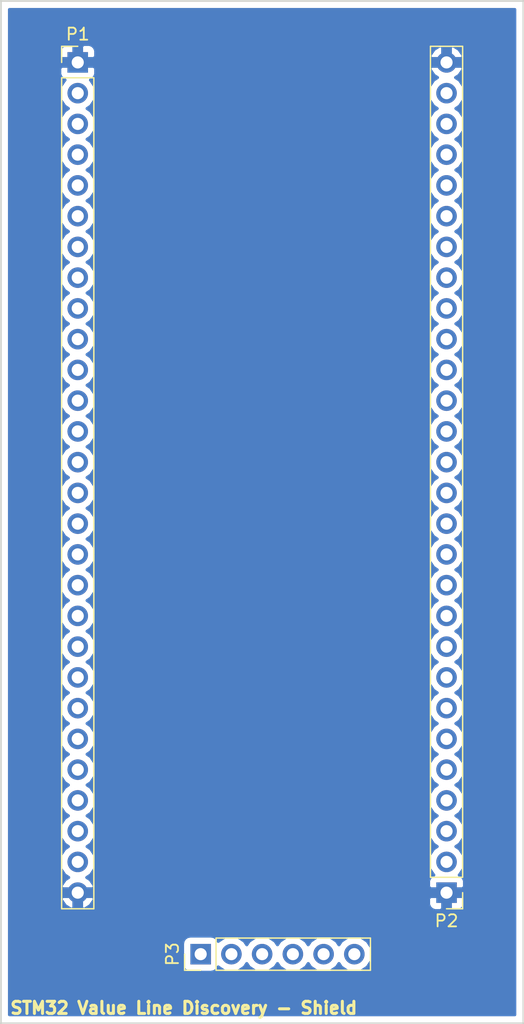
<source format=kicad_pcb>
(kicad_pcb (version 20171130) (host pcbnew no-vcs-found-c6d0075~61~ubuntu16.04.1)

  (general
    (thickness 1.6002)
    (drawings 5)
    (tracks 0)
    (zones 0)
    (modules 3)
    (nets 60)
  )

  (page A3)
  (title_block
    (title "STM32 Value Line Discovery - Shiled board")
    (rev 1.0)
  )

  (layers
    (0 F.Cu signal)
    (31 B.Cu signal)
    (32 B.Adhes user)
    (33 F.Adhes user)
    (34 B.Paste user)
    (35 F.Paste user)
    (36 B.SilkS user)
    (37 F.SilkS user)
    (38 B.Mask user)
    (39 F.Mask user)
    (40 Dwgs.User user)
    (41 Cmts.User user)
    (42 Eco1.User user)
    (43 Eco2.User user)
    (44 Edge.Cuts user)
  )

  (setup
    (last_trace_width 0.254)
    (trace_clearance 0.254)
    (zone_clearance 0.508)
    (zone_45_only no)
    (trace_min 0.254)
    (segment_width 0.20066)
    (edge_width 0.14986)
    (via_size 0.889)
    (via_drill 0.635)
    (via_min_size 0.889)
    (via_min_drill 0.508)
    (uvia_size 0.508)
    (uvia_drill 0.127)
    (uvias_allowed no)
    (uvia_min_size 0.508)
    (uvia_min_drill 0.127)
    (pcb_text_width 0.29972)
    (pcb_text_size 1.00076 1.00076)
    (mod_edge_width 0.14986)
    (mod_text_size 1.00076 1.00076)
    (mod_text_width 0.14986)
    (pad_size 1.00076 1.00076)
    (pad_drill 0.59944)
    (pad_to_mask_clearance 0)
    (aux_axis_origin 0 0)
    (visible_elements 7FFFFFFF)
    (pcbplotparams
      (layerselection 0x00030_80000001)
      (usegerberextensions true)
      (usegerberattributes false)
      (usegerberadvancedattributes false)
      (creategerberjobfile false)
      (excludeedgelayer true)
      (linewidth 0.150000)
      (plotframeref false)
      (viasonmask false)
      (mode 1)
      (useauxorigin false)
      (hpglpennumber 1)
      (hpglpenspeed 20)
      (hpglpendiameter 15)
      (psnegative false)
      (psa4output false)
      (plotreference true)
      (plotvalue true)
      (plotinvisibletext false)
      (padsonsilk false)
      (subtractmaskfromsilk false)
      (outputformat 1)
      (mirror false)
      (drillshape 1)
      (scaleselection 1)
      (outputdirectory ""))
  )

  (net 0 "")
  (net 1 GND)
  (net 2 /PB10)
  (net 3 /PB11)
  (net 4 /PB12)
  (net 5 /PB13)
  (net 6 /PB14)
  (net 7 /PB15)
  (net 8 "Net-(P1-Pad2)")
  (net 9 +3V3)
  (net 10 /VBAT)
  (net 11 /PC13)
  (net 12 /PC14)
  (net 13 /PC15)
  (net 14 /PD0)
  (net 15 /PD1)
  (net 16 /RST)
  (net 17 /PC0)
  (net 18 /PC1)
  (net 19 /PC2)
  (net 20 /PC3)
  (net 21 /PA0)
  (net 22 /PA1)
  (net 23 /PA2)
  (net 24 /PA3)
  (net 25 /PA4)
  (net 26 /PA5)
  (net 27 /PA6)
  (net 28 /PA7)
  (net 29 /PC4)
  (net 30 /PC5)
  (net 31 /PB0)
  (net 32 /PB1)
  (net 33 /PB2)
  (net 34 "Net-(P2-Pad27)")
  (net 35 +5V)
  (net 36 /PB9)
  (net 37 /PB8)
  (net 38 /BOOT)
  (net 39 /PB7)
  (net 40 /PB6)
  (net 41 /PB5)
  (net 42 /PB4)
  (net 43 /PB3)
  (net 44 /PD2)
  (net 45 /PC12)
  (net 46 /PC11)
  (net 47 /PC10)
  (net 48 /PA15)
  (net 49 /PA14)
  (net 50 /PA13)
  (net 51 /PA12)
  (net 52 /PA11)
  (net 53 /PA10)
  (net 54 /PA9)
  (net 55 /PA8)
  (net 56 /PC9)
  (net 57 /PC8)
  (net 58 /PC7)
  (net 59 /PC6)

  (net_class Default "To jest domyślna klasa połączeń."
    (clearance 0.254)
    (trace_width 0.254)
    (via_dia 0.889)
    (via_drill 0.635)
    (uvia_dia 0.508)
    (uvia_drill 0.127)
    (add_net +3V3)
    (add_net +5V)
    (add_net /BOOT)
    (add_net /PA0)
    (add_net /PA1)
    (add_net /PA10)
    (add_net /PA11)
    (add_net /PA12)
    (add_net /PA13)
    (add_net /PA14)
    (add_net /PA15)
    (add_net /PA2)
    (add_net /PA3)
    (add_net /PA4)
    (add_net /PA5)
    (add_net /PA6)
    (add_net /PA7)
    (add_net /PA8)
    (add_net /PA9)
    (add_net /PB0)
    (add_net /PB1)
    (add_net /PB10)
    (add_net /PB11)
    (add_net /PB12)
    (add_net /PB13)
    (add_net /PB14)
    (add_net /PB15)
    (add_net /PB2)
    (add_net /PB3)
    (add_net /PB4)
    (add_net /PB5)
    (add_net /PB6)
    (add_net /PB7)
    (add_net /PB8)
    (add_net /PB9)
    (add_net /PC0)
    (add_net /PC1)
    (add_net /PC10)
    (add_net /PC11)
    (add_net /PC12)
    (add_net /PC13)
    (add_net /PC14)
    (add_net /PC15)
    (add_net /PC2)
    (add_net /PC3)
    (add_net /PC4)
    (add_net /PC5)
    (add_net /PC6)
    (add_net /PC7)
    (add_net /PC8)
    (add_net /PC9)
    (add_net /PD0)
    (add_net /PD1)
    (add_net /PD2)
    (add_net /RST)
    (add_net /VBAT)
    (add_net GND)
    (add_net "Net-(P1-Pad2)")
    (add_net "Net-(P2-Pad27)")
  )

  (module Connector_PinHeader_2.54mm:PinHeader_1x06_P2.54mm_Vertical (layer F.Cu) (tedit 59FED5CC) (tstamp 5A700563)
    (at 49.53 113.03 90)
    (descr "Through hole straight pin header, 1x06, 2.54mm pitch, single row")
    (tags "Through hole pin header THT 1x06 2.54mm single row")
    (path /50827295)
    (fp_text reference P3 (at 0 -2.33 90) (layer F.SilkS)
      (effects (font (size 1 1) (thickness 0.15)))
    )
    (fp_text value CONN6 (at 0 15.03 90) (layer F.Fab)
      (effects (font (size 1 1) (thickness 0.15)))
    )
    (fp_line (start -0.635 -1.27) (end 1.27 -1.27) (layer F.Fab) (width 0.1))
    (fp_line (start 1.27 -1.27) (end 1.27 13.97) (layer F.Fab) (width 0.1))
    (fp_line (start 1.27 13.97) (end -1.27 13.97) (layer F.Fab) (width 0.1))
    (fp_line (start -1.27 13.97) (end -1.27 -0.635) (layer F.Fab) (width 0.1))
    (fp_line (start -1.27 -0.635) (end -0.635 -1.27) (layer F.Fab) (width 0.1))
    (fp_line (start -1.33 14.03) (end 1.33 14.03) (layer F.SilkS) (width 0.12))
    (fp_line (start -1.33 1.27) (end -1.33 14.03) (layer F.SilkS) (width 0.12))
    (fp_line (start 1.33 1.27) (end 1.33 14.03) (layer F.SilkS) (width 0.12))
    (fp_line (start -1.33 1.27) (end 1.33 1.27) (layer F.SilkS) (width 0.12))
    (fp_line (start -1.33 0) (end -1.33 -1.33) (layer F.SilkS) (width 0.12))
    (fp_line (start -1.33 -1.33) (end 0 -1.33) (layer F.SilkS) (width 0.12))
    (fp_line (start -1.8 -1.8) (end -1.8 14.5) (layer F.CrtYd) (width 0.05))
    (fp_line (start -1.8 14.5) (end 1.8 14.5) (layer F.CrtYd) (width 0.05))
    (fp_line (start 1.8 14.5) (end 1.8 -1.8) (layer F.CrtYd) (width 0.05))
    (fp_line (start 1.8 -1.8) (end -1.8 -1.8) (layer F.CrtYd) (width 0.05))
    (fp_text user %R (at 0 6.35 180) (layer F.Fab)
      (effects (font (size 1 1) (thickness 0.15)))
    )
    (pad 1 thru_hole rect (at 0 0 90) (size 1.7 1.7) (drill 1) (layers *.Cu *.Mask)
      (net 2 /PB10))
    (pad 2 thru_hole oval (at 0 2.54 90) (size 1.7 1.7) (drill 1) (layers *.Cu *.Mask)
      (net 3 /PB11))
    (pad 3 thru_hole oval (at 0 5.08 90) (size 1.7 1.7) (drill 1) (layers *.Cu *.Mask)
      (net 4 /PB12))
    (pad 4 thru_hole oval (at 0 7.62 90) (size 1.7 1.7) (drill 1) (layers *.Cu *.Mask)
      (net 5 /PB13))
    (pad 5 thru_hole oval (at 0 10.16 90) (size 1.7 1.7) (drill 1) (layers *.Cu *.Mask)
      (net 6 /PB14))
    (pad 6 thru_hole oval (at 0 12.7 90) (size 1.7 1.7) (drill 1) (layers *.Cu *.Mask)
      (net 7 /PB15))
    (model ${KISYS3DMOD}/Connector_PinHeader_2.54mm.3dshapes/PinHeader_1x06_P2.54mm_Vertical.wrl
      (at (xyz 0 0 0))
      (scale (xyz 1 1 1))
      (rotate (xyz 0 0 0))
    )
  )

  (module Connector_PinHeader_2.54mm:PinHeader_1x28_P2.54mm_Vertical locked (layer F.Cu) (tedit 59FED5CC) (tstamp 5A6E89AF)
    (at 69.85 107.95 180)
    (descr "Through hole straight pin header, 1x28, 2.54mm pitch, single row")
    (tags "Through hole pin header THT 1x28 2.54mm single row")
    (path /50827286)
    (fp_text reference P2 (at 0 -2.33 180) (layer F.SilkS)
      (effects (font (size 1 1) (thickness 0.15)))
    )
    (fp_text value CONN28 (at 0 70.91 180) (layer F.Fab)
      (effects (font (size 1 1) (thickness 0.15)))
    )
    (fp_text user %R (at 0 34.29 270) (layer F.Fab)
      (effects (font (size 1 1) (thickness 0.15)))
    )
    (fp_line (start 1.8 -1.8) (end -1.8 -1.8) (layer F.CrtYd) (width 0.05))
    (fp_line (start 1.8 70.35) (end 1.8 -1.8) (layer F.CrtYd) (width 0.05))
    (fp_line (start -1.8 70.35) (end 1.8 70.35) (layer F.CrtYd) (width 0.05))
    (fp_line (start -1.8 -1.8) (end -1.8 70.35) (layer F.CrtYd) (width 0.05))
    (fp_line (start -1.33 -1.33) (end 0 -1.33) (layer F.SilkS) (width 0.12))
    (fp_line (start -1.33 0) (end -1.33 -1.33) (layer F.SilkS) (width 0.12))
    (fp_line (start -1.33 1.27) (end 1.33 1.27) (layer F.SilkS) (width 0.12))
    (fp_line (start 1.33 1.27) (end 1.33 69.91) (layer F.SilkS) (width 0.12))
    (fp_line (start -1.33 1.27) (end -1.33 69.91) (layer F.SilkS) (width 0.12))
    (fp_line (start -1.33 69.91) (end 1.33 69.91) (layer F.SilkS) (width 0.12))
    (fp_line (start -1.27 -0.635) (end -0.635 -1.27) (layer F.Fab) (width 0.1))
    (fp_line (start -1.27 69.85) (end -1.27 -0.635) (layer F.Fab) (width 0.1))
    (fp_line (start 1.27 69.85) (end -1.27 69.85) (layer F.Fab) (width 0.1))
    (fp_line (start 1.27 -1.27) (end 1.27 69.85) (layer F.Fab) (width 0.1))
    (fp_line (start -0.635 -1.27) (end 1.27 -1.27) (layer F.Fab) (width 0.1))
    (pad 28 thru_hole oval (at 0 68.58 180) (size 1.7 1.7) (drill 1) (layers *.Cu *.Mask)
      (net 1 GND))
    (pad 27 thru_hole oval (at 0 66.04 180) (size 1.7 1.7) (drill 1) (layers *.Cu *.Mask)
      (net 34 "Net-(P2-Pad27)"))
    (pad 26 thru_hole oval (at 0 63.5 180) (size 1.7 1.7) (drill 1) (layers *.Cu *.Mask)
      (net 35 +5V))
    (pad 25 thru_hole oval (at 0 60.96 180) (size 1.7 1.7) (drill 1) (layers *.Cu *.Mask)
      (net 36 /PB9))
    (pad 24 thru_hole oval (at 0 58.42 180) (size 1.7 1.7) (drill 1) (layers *.Cu *.Mask)
      (net 37 /PB8))
    (pad 23 thru_hole oval (at 0 55.88 180) (size 1.7 1.7) (drill 1) (layers *.Cu *.Mask)
      (net 38 /BOOT))
    (pad 22 thru_hole oval (at 0 53.34 180) (size 1.7 1.7) (drill 1) (layers *.Cu *.Mask)
      (net 39 /PB7))
    (pad 21 thru_hole oval (at 0 50.8 180) (size 1.7 1.7) (drill 1) (layers *.Cu *.Mask)
      (net 40 /PB6))
    (pad 20 thru_hole oval (at 0 48.26 180) (size 1.7 1.7) (drill 1) (layers *.Cu *.Mask)
      (net 41 /PB5))
    (pad 19 thru_hole oval (at 0 45.72 180) (size 1.7 1.7) (drill 1) (layers *.Cu *.Mask)
      (net 42 /PB4))
    (pad 18 thru_hole oval (at 0 43.18 180) (size 1.7 1.7) (drill 1) (layers *.Cu *.Mask)
      (net 43 /PB3))
    (pad 17 thru_hole oval (at 0 40.64 180) (size 1.7 1.7) (drill 1) (layers *.Cu *.Mask)
      (net 44 /PD2))
    (pad 16 thru_hole oval (at 0 38.1 180) (size 1.7 1.7) (drill 1) (layers *.Cu *.Mask)
      (net 45 /PC12))
    (pad 15 thru_hole oval (at 0 35.56 180) (size 1.7 1.7) (drill 1) (layers *.Cu *.Mask)
      (net 46 /PC11))
    (pad 14 thru_hole oval (at 0 33.02 180) (size 1.7 1.7) (drill 1) (layers *.Cu *.Mask)
      (net 47 /PC10))
    (pad 13 thru_hole oval (at 0 30.48 180) (size 1.7 1.7) (drill 1) (layers *.Cu *.Mask)
      (net 48 /PA15))
    (pad 12 thru_hole oval (at 0 27.94 180) (size 1.7 1.7) (drill 1) (layers *.Cu *.Mask)
      (net 49 /PA14))
    (pad 11 thru_hole oval (at 0 25.4 180) (size 1.7 1.7) (drill 1) (layers *.Cu *.Mask)
      (net 50 /PA13))
    (pad 10 thru_hole oval (at 0 22.86 180) (size 1.7 1.7) (drill 1) (layers *.Cu *.Mask)
      (net 51 /PA12))
    (pad 9 thru_hole oval (at 0 20.32 180) (size 1.7 1.7) (drill 1) (layers *.Cu *.Mask)
      (net 52 /PA11))
    (pad 8 thru_hole oval (at 0 17.78 180) (size 1.7 1.7) (drill 1) (layers *.Cu *.Mask)
      (net 53 /PA10))
    (pad 7 thru_hole oval (at 0 15.24 180) (size 1.7 1.7) (drill 1) (layers *.Cu *.Mask)
      (net 54 /PA9))
    (pad 6 thru_hole oval (at 0 12.7 180) (size 1.7 1.7) (drill 1) (layers *.Cu *.Mask)
      (net 55 /PA8))
    (pad 5 thru_hole oval (at 0 10.16 180) (size 1.7 1.7) (drill 1) (layers *.Cu *.Mask)
      (net 56 /PC9))
    (pad 4 thru_hole oval (at 0 7.62 180) (size 1.7 1.7) (drill 1) (layers *.Cu *.Mask)
      (net 57 /PC8))
    (pad 3 thru_hole oval (at 0 5.08 180) (size 1.7 1.7) (drill 1) (layers *.Cu *.Mask)
      (net 58 /PC7))
    (pad 2 thru_hole oval (at 0 2.54 180) (size 1.7 1.7) (drill 1) (layers *.Cu *.Mask)
      (net 59 /PC6))
    (pad 1 thru_hole rect (at 0 0 180) (size 1.7 1.7) (drill 1) (layers *.Cu *.Mask)
      (net 1 GND))
    (model ${KISYS3DMOD}/Connector_PinHeader_2.54mm.3dshapes/PinHeader_1x28_P2.54mm_Vertical.wrl
      (at (xyz 0 0 0))
      (scale (xyz 1 1 1))
      (rotate (xyz 0 0 0))
    )
  )

  (module Connector_PinHeader_2.54mm:PinHeader_1x28_P2.54mm_Vertical locked (layer F.Cu) (tedit 59FED5CC) (tstamp 5A6E8980)
    (at 39.37 39.37)
    (descr "Through hole straight pin header, 1x28, 2.54mm pitch, single row")
    (tags "Through hole pin header THT 1x28 2.54mm single row")
    (path /50827277)
    (fp_text reference P1 (at 0 -2.33) (layer F.SilkS)
      (effects (font (size 1 1) (thickness 0.15)))
    )
    (fp_text value CONN28 (at 0 70.91) (layer F.Fab)
      (effects (font (size 1 1) (thickness 0.15)))
    )
    (fp_line (start -0.635 -1.27) (end 1.27 -1.27) (layer F.Fab) (width 0.1))
    (fp_line (start 1.27 -1.27) (end 1.27 69.85) (layer F.Fab) (width 0.1))
    (fp_line (start 1.27 69.85) (end -1.27 69.85) (layer F.Fab) (width 0.1))
    (fp_line (start -1.27 69.85) (end -1.27 -0.635) (layer F.Fab) (width 0.1))
    (fp_line (start -1.27 -0.635) (end -0.635 -1.27) (layer F.Fab) (width 0.1))
    (fp_line (start -1.33 69.91) (end 1.33 69.91) (layer F.SilkS) (width 0.12))
    (fp_line (start -1.33 1.27) (end -1.33 69.91) (layer F.SilkS) (width 0.12))
    (fp_line (start 1.33 1.27) (end 1.33 69.91) (layer F.SilkS) (width 0.12))
    (fp_line (start -1.33 1.27) (end 1.33 1.27) (layer F.SilkS) (width 0.12))
    (fp_line (start -1.33 0) (end -1.33 -1.33) (layer F.SilkS) (width 0.12))
    (fp_line (start -1.33 -1.33) (end 0 -1.33) (layer F.SilkS) (width 0.12))
    (fp_line (start -1.8 -1.8) (end -1.8 70.35) (layer F.CrtYd) (width 0.05))
    (fp_line (start -1.8 70.35) (end 1.8 70.35) (layer F.CrtYd) (width 0.05))
    (fp_line (start 1.8 70.35) (end 1.8 -1.8) (layer F.CrtYd) (width 0.05))
    (fp_line (start 1.8 -1.8) (end -1.8 -1.8) (layer F.CrtYd) (width 0.05))
    (fp_text user %R (at 0 34.29 90) (layer F.Fab)
      (effects (font (size 1 1) (thickness 0.15)))
    )
    (pad 1 thru_hole rect (at 0 0) (size 1.7 1.7) (drill 1) (layers *.Cu *.Mask)
      (net 1 GND))
    (pad 2 thru_hole oval (at 0 2.54) (size 1.7 1.7) (drill 1) (layers *.Cu *.Mask)
      (net 8 "Net-(P1-Pad2)"))
    (pad 3 thru_hole oval (at 0 5.08) (size 1.7 1.7) (drill 1) (layers *.Cu *.Mask)
      (net 9 +3V3))
    (pad 4 thru_hole oval (at 0 7.62) (size 1.7 1.7) (drill 1) (layers *.Cu *.Mask)
      (net 10 /VBAT))
    (pad 5 thru_hole oval (at 0 10.16) (size 1.7 1.7) (drill 1) (layers *.Cu *.Mask)
      (net 11 /PC13))
    (pad 6 thru_hole oval (at 0 12.7) (size 1.7 1.7) (drill 1) (layers *.Cu *.Mask)
      (net 12 /PC14))
    (pad 7 thru_hole oval (at 0 15.24) (size 1.7 1.7) (drill 1) (layers *.Cu *.Mask)
      (net 13 /PC15))
    (pad 8 thru_hole oval (at 0 17.78) (size 1.7 1.7) (drill 1) (layers *.Cu *.Mask)
      (net 14 /PD0))
    (pad 9 thru_hole oval (at 0 20.32) (size 1.7 1.7) (drill 1) (layers *.Cu *.Mask)
      (net 15 /PD1))
    (pad 10 thru_hole oval (at 0 22.86) (size 1.7 1.7) (drill 1) (layers *.Cu *.Mask)
      (net 16 /RST))
    (pad 11 thru_hole oval (at 0 25.4) (size 1.7 1.7) (drill 1) (layers *.Cu *.Mask)
      (net 17 /PC0))
    (pad 12 thru_hole oval (at 0 27.94) (size 1.7 1.7) (drill 1) (layers *.Cu *.Mask)
      (net 18 /PC1))
    (pad 13 thru_hole oval (at 0 30.48) (size 1.7 1.7) (drill 1) (layers *.Cu *.Mask)
      (net 19 /PC2))
    (pad 14 thru_hole oval (at 0 33.02) (size 1.7 1.7) (drill 1) (layers *.Cu *.Mask)
      (net 20 /PC3))
    (pad 15 thru_hole oval (at 0 35.56) (size 1.7 1.7) (drill 1) (layers *.Cu *.Mask)
      (net 21 /PA0))
    (pad 16 thru_hole oval (at 0 38.1) (size 1.7 1.7) (drill 1) (layers *.Cu *.Mask)
      (net 22 /PA1))
    (pad 17 thru_hole oval (at 0 40.64) (size 1.7 1.7) (drill 1) (layers *.Cu *.Mask)
      (net 23 /PA2))
    (pad 18 thru_hole oval (at 0 43.18) (size 1.7 1.7) (drill 1) (layers *.Cu *.Mask)
      (net 24 /PA3))
    (pad 19 thru_hole oval (at 0 45.72) (size 1.7 1.7) (drill 1) (layers *.Cu *.Mask)
      (net 25 /PA4))
    (pad 20 thru_hole oval (at 0 48.26) (size 1.7 1.7) (drill 1) (layers *.Cu *.Mask)
      (net 26 /PA5))
    (pad 21 thru_hole oval (at 0 50.8) (size 1.7 1.7) (drill 1) (layers *.Cu *.Mask)
      (net 27 /PA6))
    (pad 22 thru_hole oval (at 0 53.34) (size 1.7 1.7) (drill 1) (layers *.Cu *.Mask)
      (net 28 /PA7))
    (pad 23 thru_hole oval (at 0 55.88) (size 1.7 1.7) (drill 1) (layers *.Cu *.Mask)
      (net 29 /PC4))
    (pad 24 thru_hole oval (at 0 58.42) (size 1.7 1.7) (drill 1) (layers *.Cu *.Mask)
      (net 30 /PC5))
    (pad 25 thru_hole oval (at 0 60.96) (size 1.7 1.7) (drill 1) (layers *.Cu *.Mask)
      (net 31 /PB0))
    (pad 26 thru_hole oval (at 0 63.5) (size 1.7 1.7) (drill 1) (layers *.Cu *.Mask)
      (net 32 /PB1))
    (pad 27 thru_hole oval (at 0 66.04) (size 1.7 1.7) (drill 1) (layers *.Cu *.Mask)
      (net 33 /PB2))
    (pad 28 thru_hole oval (at 0 68.58) (size 1.7 1.7) (drill 1) (layers *.Cu *.Mask)
      (net 1 GND))
    (model ${KISYS3DMOD}/Connector_PinHeader_2.54mm.3dshapes/PinHeader_1x28_P2.54mm_Vertical.wrl
      (at (xyz 0 0 0))
      (scale (xyz 1 1 1))
      (rotate (xyz 0 0 0))
    )
  )

  (gr_text "STM32 Value Line Discovery - Shield" (at 48.133 117.475) (layer F.SilkS)
    (effects (font (size 1.00076 1.00076) (thickness 0.25146)))
  )
  (gr_line (start 33.02 34.29) (end 33.02 118.745) (angle 90) (layer Edge.Cuts) (width 0.14986))
  (gr_line (start 76.2 118.745) (end 76.2 34.29) (angle 90) (layer Edge.Cuts) (width 0.14986))
  (gr_line (start 76.2 118.745) (end 33.02 118.745) (angle 90) (layer Edge.Cuts) (width 0.14986))
  (gr_line (start 33.02 34.29) (end 76.2 34.29) (angle 90) (layer Edge.Cuts) (width 0.14986))

  (zone (net 1) (net_name GND) (layer B.Cu) (tstamp 50827DC8) (hatch edge 0.508)
    (connect_pads (clearance 0.508))
    (min_thickness 0.254)
    (fill yes (arc_segments 16) (thermal_gap 0.508) (thermal_bridge_width 0.889))
    (polygon
      (pts
        (xy 76.073 118.618) (xy 33.147 118.618) (xy 33.147 34.417) (xy 76.073 34.417)
      )
    )
    (filled_polygon
      (pts
        (xy 75.49007 118.03507) (xy 33.72993 118.03507) (xy 33.72993 112.18) (xy 48.03256 112.18) (xy 48.03256 113.88)
        (xy 48.081843 114.127765) (xy 48.222191 114.337809) (xy 48.432235 114.478157) (xy 48.68 114.52744) (xy 50.38 114.52744)
        (xy 50.627765 114.478157) (xy 50.837809 114.337809) (xy 50.978157 114.127765) (xy 50.987184 114.082381) (xy 50.999375 114.100625)
        (xy 51.490582 114.428839) (xy 51.923744 114.515) (xy 52.216256 114.515) (xy 52.649418 114.428839) (xy 53.140625 114.100625)
        (xy 53.34 113.802239) (xy 53.539375 114.100625) (xy 54.030582 114.428839) (xy 54.463744 114.515) (xy 54.756256 114.515)
        (xy 55.189418 114.428839) (xy 55.680625 114.100625) (xy 55.88 113.802239) (xy 56.079375 114.100625) (xy 56.570582 114.428839)
        (xy 57.003744 114.515) (xy 57.296256 114.515) (xy 57.729418 114.428839) (xy 58.220625 114.100625) (xy 58.42 113.802239)
        (xy 58.619375 114.100625) (xy 59.110582 114.428839) (xy 59.543744 114.515) (xy 59.836256 114.515) (xy 60.269418 114.428839)
        (xy 60.760625 114.100625) (xy 60.96 113.802239) (xy 61.159375 114.100625) (xy 61.650582 114.428839) (xy 62.083744 114.515)
        (xy 62.376256 114.515) (xy 62.809418 114.428839) (xy 63.300625 114.100625) (xy 63.628839 113.609418) (xy 63.744092 113.03)
        (xy 63.628839 112.450582) (xy 63.300625 111.959375) (xy 62.809418 111.631161) (xy 62.376256 111.545) (xy 62.083744 111.545)
        (xy 61.650582 111.631161) (xy 61.159375 111.959375) (xy 60.96 112.257761) (xy 60.760625 111.959375) (xy 60.269418 111.631161)
        (xy 59.836256 111.545) (xy 59.543744 111.545) (xy 59.110582 111.631161) (xy 58.619375 111.959375) (xy 58.42 112.257761)
        (xy 58.220625 111.959375) (xy 57.729418 111.631161) (xy 57.296256 111.545) (xy 57.003744 111.545) (xy 56.570582 111.631161)
        (xy 56.079375 111.959375) (xy 55.88 112.257761) (xy 55.680625 111.959375) (xy 55.189418 111.631161) (xy 54.756256 111.545)
        (xy 54.463744 111.545) (xy 54.030582 111.631161) (xy 53.539375 111.959375) (xy 53.34 112.257761) (xy 53.140625 111.959375)
        (xy 52.649418 111.631161) (xy 52.216256 111.545) (xy 51.923744 111.545) (xy 51.490582 111.631161) (xy 50.999375 111.959375)
        (xy 50.987184 111.977619) (xy 50.978157 111.932235) (xy 50.837809 111.722191) (xy 50.627765 111.581843) (xy 50.38 111.53256)
        (xy 48.68 111.53256) (xy 48.432235 111.581843) (xy 48.222191 111.722191) (xy 48.081843 111.932235) (xy 48.03256 112.18)
        (xy 33.72993 112.18) (xy 33.72993 108.490524) (xy 37.986867 108.490524) (xy 38.009749 108.545829) (xy 38.341306 109.02102)
        (xy 38.829472 109.333158) (xy 39.0525 109.241936) (xy 39.0525 108.2675) (xy 39.6875 108.2675) (xy 39.6875 109.241936)
        (xy 39.910528 109.333158) (xy 40.398694 109.02102) (xy 40.730251 108.545829) (xy 40.753133 108.490524) (xy 40.725626 108.42625)
        (xy 68.365 108.42625) (xy 68.365 108.92631) (xy 68.461673 109.159699) (xy 68.640302 109.338327) (xy 68.873691 109.435)
        (xy 69.37375 109.435) (xy 69.5325 109.27625) (xy 69.5325 108.2675) (xy 70.1675 108.2675) (xy 70.1675 109.27625)
        (xy 70.32625 109.435) (xy 70.826309 109.435) (xy 71.059698 109.338327) (xy 71.238327 109.159699) (xy 71.335 108.92631)
        (xy 71.335 108.42625) (xy 71.17625 108.2675) (xy 70.1675 108.2675) (xy 69.5325 108.2675) (xy 68.52375 108.2675)
        (xy 68.365 108.42625) (xy 40.725626 108.42625) (xy 40.657685 108.2675) (xy 39.6875 108.2675) (xy 39.0525 108.2675)
        (xy 38.082315 108.2675) (xy 37.986867 108.490524) (xy 33.72993 108.490524) (xy 33.72993 41.91) (xy 37.855908 41.91)
        (xy 37.971161 42.489418) (xy 38.299375 42.980625) (xy 38.597761 43.18) (xy 38.299375 43.379375) (xy 37.971161 43.870582)
        (xy 37.855908 44.45) (xy 37.971161 45.029418) (xy 38.299375 45.520625) (xy 38.597761 45.72) (xy 38.299375 45.919375)
        (xy 37.971161 46.410582) (xy 37.855908 46.99) (xy 37.971161 47.569418) (xy 38.299375 48.060625) (xy 38.597761 48.26)
        (xy 38.299375 48.459375) (xy 37.971161 48.950582) (xy 37.855908 49.53) (xy 37.971161 50.109418) (xy 38.299375 50.600625)
        (xy 38.597761 50.8) (xy 38.299375 50.999375) (xy 37.971161 51.490582) (xy 37.855908 52.07) (xy 37.971161 52.649418)
        (xy 38.299375 53.140625) (xy 38.597761 53.34) (xy 38.299375 53.539375) (xy 37.971161 54.030582) (xy 37.855908 54.61)
        (xy 37.971161 55.189418) (xy 38.299375 55.680625) (xy 38.597761 55.88) (xy 38.299375 56.079375) (xy 37.971161 56.570582)
        (xy 37.855908 57.15) (xy 37.971161 57.729418) (xy 38.299375 58.220625) (xy 38.597761 58.42) (xy 38.299375 58.619375)
        (xy 37.971161 59.110582) (xy 37.855908 59.69) (xy 37.971161 60.269418) (xy 38.299375 60.760625) (xy 38.597761 60.96)
        (xy 38.299375 61.159375) (xy 37.971161 61.650582) (xy 37.855908 62.23) (xy 37.971161 62.809418) (xy 38.299375 63.300625)
        (xy 38.597761 63.5) (xy 38.299375 63.699375) (xy 37.971161 64.190582) (xy 37.855908 64.77) (xy 37.971161 65.349418)
        (xy 38.299375 65.840625) (xy 38.597761 66.04) (xy 38.299375 66.239375) (xy 37.971161 66.730582) (xy 37.855908 67.31)
        (xy 37.971161 67.889418) (xy 38.299375 68.380625) (xy 38.597761 68.58) (xy 38.299375 68.779375) (xy 37.971161 69.270582)
        (xy 37.855908 69.85) (xy 37.971161 70.429418) (xy 38.299375 70.920625) (xy 38.597761 71.12) (xy 38.299375 71.319375)
        (xy 37.971161 71.810582) (xy 37.855908 72.39) (xy 37.971161 72.969418) (xy 38.299375 73.460625) (xy 38.597761 73.66)
        (xy 38.299375 73.859375) (xy 37.971161 74.350582) (xy 37.855908 74.93) (xy 37.971161 75.509418) (xy 38.299375 76.000625)
        (xy 38.597761 76.2) (xy 38.299375 76.399375) (xy 37.971161 76.890582) (xy 37.855908 77.47) (xy 37.971161 78.049418)
        (xy 38.299375 78.540625) (xy 38.597761 78.74) (xy 38.299375 78.939375) (xy 37.971161 79.430582) (xy 37.855908 80.01)
        (xy 37.971161 80.589418) (xy 38.299375 81.080625) (xy 38.597761 81.28) (xy 38.299375 81.479375) (xy 37.971161 81.970582)
        (xy 37.855908 82.55) (xy 37.971161 83.129418) (xy 38.299375 83.620625) (xy 38.597761 83.82) (xy 38.299375 84.019375)
        (xy 37.971161 84.510582) (xy 37.855908 85.09) (xy 37.971161 85.669418) (xy 38.299375 86.160625) (xy 38.597761 86.36)
        (xy 38.299375 86.559375) (xy 37.971161 87.050582) (xy 37.855908 87.63) (xy 37.971161 88.209418) (xy 38.299375 88.700625)
        (xy 38.597761 88.9) (xy 38.299375 89.099375) (xy 37.971161 89.590582) (xy 37.855908 90.17) (xy 37.971161 90.749418)
        (xy 38.299375 91.240625) (xy 38.597761 91.44) (xy 38.299375 91.639375) (xy 37.971161 92.130582) (xy 37.855908 92.71)
        (xy 37.971161 93.289418) (xy 38.299375 93.780625) (xy 38.597761 93.98) (xy 38.299375 94.179375) (xy 37.971161 94.670582)
        (xy 37.855908 95.25) (xy 37.971161 95.829418) (xy 38.299375 96.320625) (xy 38.597761 96.52) (xy 38.299375 96.719375)
        (xy 37.971161 97.210582) (xy 37.855908 97.79) (xy 37.971161 98.369418) (xy 38.299375 98.860625) (xy 38.597761 99.06)
        (xy 38.299375 99.259375) (xy 37.971161 99.750582) (xy 37.855908 100.33) (xy 37.971161 100.909418) (xy 38.299375 101.400625)
        (xy 38.597761 101.6) (xy 38.299375 101.799375) (xy 37.971161 102.290582) (xy 37.855908 102.87) (xy 37.971161 103.449418)
        (xy 38.299375 103.940625) (xy 38.597761 104.14) (xy 38.299375 104.339375) (xy 37.971161 104.830582) (xy 37.855908 105.41)
        (xy 37.971161 105.989418) (xy 38.299375 106.480625) (xy 38.624528 106.697885) (xy 38.341306 106.87898) (xy 38.009749 107.354171)
        (xy 37.986867 107.409476) (xy 38.082315 107.6325) (xy 39.0525 107.6325) (xy 39.0525 107.6125) (xy 39.6875 107.6125)
        (xy 39.6875 107.6325) (xy 40.657685 107.6325) (xy 40.753133 107.409476) (xy 40.730251 107.354171) (xy 40.398694 106.87898)
        (xy 40.115472 106.697885) (xy 40.440625 106.480625) (xy 40.768839 105.989418) (xy 40.884092 105.41) (xy 40.768839 104.830582)
        (xy 40.440625 104.339375) (xy 40.142239 104.14) (xy 40.440625 103.940625) (xy 40.768839 103.449418) (xy 40.884092 102.87)
        (xy 40.768839 102.290582) (xy 40.440625 101.799375) (xy 40.142239 101.6) (xy 40.440625 101.400625) (xy 40.768839 100.909418)
        (xy 40.884092 100.33) (xy 40.768839 99.750582) (xy 40.440625 99.259375) (xy 40.142239 99.06) (xy 40.440625 98.860625)
        (xy 40.768839 98.369418) (xy 40.884092 97.79) (xy 40.768839 97.210582) (xy 40.440625 96.719375) (xy 40.142239 96.52)
        (xy 40.440625 96.320625) (xy 40.768839 95.829418) (xy 40.884092 95.25) (xy 40.768839 94.670582) (xy 40.440625 94.179375)
        (xy 40.142239 93.98) (xy 40.440625 93.780625) (xy 40.768839 93.289418) (xy 40.884092 92.71) (xy 40.768839 92.130582)
        (xy 40.440625 91.639375) (xy 40.142239 91.44) (xy 40.440625 91.240625) (xy 40.768839 90.749418) (xy 40.884092 90.17)
        (xy 40.768839 89.590582) (xy 40.440625 89.099375) (xy 40.142239 88.9) (xy 40.440625 88.700625) (xy 40.768839 88.209418)
        (xy 40.884092 87.63) (xy 40.768839 87.050582) (xy 40.440625 86.559375) (xy 40.142239 86.36) (xy 40.440625 86.160625)
        (xy 40.768839 85.669418) (xy 40.884092 85.09) (xy 40.768839 84.510582) (xy 40.440625 84.019375) (xy 40.142239 83.82)
        (xy 40.440625 83.620625) (xy 40.768839 83.129418) (xy 40.884092 82.55) (xy 40.768839 81.970582) (xy 40.440625 81.479375)
        (xy 40.142239 81.28) (xy 40.440625 81.080625) (xy 40.768839 80.589418) (xy 40.884092 80.01) (xy 40.768839 79.430582)
        (xy 40.440625 78.939375) (xy 40.142239 78.74) (xy 40.440625 78.540625) (xy 40.768839 78.049418) (xy 40.884092 77.47)
        (xy 40.768839 76.890582) (xy 40.440625 76.399375) (xy 40.142239 76.2) (xy 40.440625 76.000625) (xy 40.768839 75.509418)
        (xy 40.884092 74.93) (xy 40.768839 74.350582) (xy 40.440625 73.859375) (xy 40.142239 73.66) (xy 40.440625 73.460625)
        (xy 40.768839 72.969418) (xy 40.884092 72.39) (xy 40.768839 71.810582) (xy 40.440625 71.319375) (xy 40.142239 71.12)
        (xy 40.440625 70.920625) (xy 40.768839 70.429418) (xy 40.884092 69.85) (xy 40.768839 69.270582) (xy 40.440625 68.779375)
        (xy 40.142239 68.58) (xy 40.440625 68.380625) (xy 40.768839 67.889418) (xy 40.884092 67.31) (xy 40.768839 66.730582)
        (xy 40.440625 66.239375) (xy 40.142239 66.04) (xy 40.440625 65.840625) (xy 40.768839 65.349418) (xy 40.884092 64.77)
        (xy 40.768839 64.190582) (xy 40.440625 63.699375) (xy 40.142239 63.5) (xy 40.440625 63.300625) (xy 40.768839 62.809418)
        (xy 40.884092 62.23) (xy 40.768839 61.650582) (xy 40.440625 61.159375) (xy 40.142239 60.96) (xy 40.440625 60.760625)
        (xy 40.768839 60.269418) (xy 40.884092 59.69) (xy 40.768839 59.110582) (xy 40.440625 58.619375) (xy 40.142239 58.42)
        (xy 40.440625 58.220625) (xy 40.768839 57.729418) (xy 40.884092 57.15) (xy 40.768839 56.570582) (xy 40.440625 56.079375)
        (xy 40.142239 55.88) (xy 40.440625 55.680625) (xy 40.768839 55.189418) (xy 40.884092 54.61) (xy 40.768839 54.030582)
        (xy 40.440625 53.539375) (xy 40.142239 53.34) (xy 40.440625 53.140625) (xy 40.768839 52.649418) (xy 40.884092 52.07)
        (xy 40.768839 51.490582) (xy 40.440625 50.999375) (xy 40.142239 50.8) (xy 40.440625 50.600625) (xy 40.768839 50.109418)
        (xy 40.884092 49.53) (xy 40.768839 48.950582) (xy 40.440625 48.459375) (xy 40.142239 48.26) (xy 40.440625 48.060625)
        (xy 40.768839 47.569418) (xy 40.884092 46.99) (xy 40.768839 46.410582) (xy 40.440625 45.919375) (xy 40.142239 45.72)
        (xy 40.440625 45.520625) (xy 40.768839 45.029418) (xy 40.884092 44.45) (xy 40.768839 43.870582) (xy 40.440625 43.379375)
        (xy 40.142239 43.18) (xy 40.440625 42.980625) (xy 40.768839 42.489418) (xy 40.884092 41.91) (xy 68.335908 41.91)
        (xy 68.451161 42.489418) (xy 68.779375 42.980625) (xy 69.077761 43.18) (xy 68.779375 43.379375) (xy 68.451161 43.870582)
        (xy 68.335908 44.45) (xy 68.451161 45.029418) (xy 68.779375 45.520625) (xy 69.077761 45.72) (xy 68.779375 45.919375)
        (xy 68.451161 46.410582) (xy 68.335908 46.99) (xy 68.451161 47.569418) (xy 68.779375 48.060625) (xy 69.077761 48.26)
        (xy 68.779375 48.459375) (xy 68.451161 48.950582) (xy 68.335908 49.53) (xy 68.451161 50.109418) (xy 68.779375 50.600625)
        (xy 69.077761 50.8) (xy 68.779375 50.999375) (xy 68.451161 51.490582) (xy 68.335908 52.07) (xy 68.451161 52.649418)
        (xy 68.779375 53.140625) (xy 69.077761 53.34) (xy 68.779375 53.539375) (xy 68.451161 54.030582) (xy 68.335908 54.61)
        (xy 68.451161 55.189418) (xy 68.779375 55.680625) (xy 69.077761 55.88) (xy 68.779375 56.079375) (xy 68.451161 56.570582)
        (xy 68.335908 57.15) (xy 68.451161 57.729418) (xy 68.779375 58.220625) (xy 69.077761 58.42) (xy 68.779375 58.619375)
        (xy 68.451161 59.110582) (xy 68.335908 59.69) (xy 68.451161 60.269418) (xy 68.779375 60.760625) (xy 69.077761 60.96)
        (xy 68.779375 61.159375) (xy 68.451161 61.650582) (xy 68.335908 62.23) (xy 68.451161 62.809418) (xy 68.779375 63.300625)
        (xy 69.077761 63.5) (xy 68.779375 63.699375) (xy 68.451161 64.190582) (xy 68.335908 64.77) (xy 68.451161 65.349418)
        (xy 68.779375 65.840625) (xy 69.077761 66.04) (xy 68.779375 66.239375) (xy 68.451161 66.730582) (xy 68.335908 67.31)
        (xy 68.451161 67.889418) (xy 68.779375 68.380625) (xy 69.077761 68.58) (xy 68.779375 68.779375) (xy 68.451161 69.270582)
        (xy 68.335908 69.85) (xy 68.451161 70.429418) (xy 68.779375 70.920625) (xy 69.077761 71.12) (xy 68.779375 71.319375)
        (xy 68.451161 71.810582) (xy 68.335908 72.39) (xy 68.451161 72.969418) (xy 68.779375 73.460625) (xy 69.077761 73.66)
        (xy 68.779375 73.859375) (xy 68.451161 74.350582) (xy 68.335908 74.93) (xy 68.451161 75.509418) (xy 68.779375 76.000625)
        (xy 69.077761 76.2) (xy 68.779375 76.399375) (xy 68.451161 76.890582) (xy 68.335908 77.47) (xy 68.451161 78.049418)
        (xy 68.779375 78.540625) (xy 69.077761 78.74) (xy 68.779375 78.939375) (xy 68.451161 79.430582) (xy 68.335908 80.01)
        (xy 68.451161 80.589418) (xy 68.779375 81.080625) (xy 69.077761 81.28) (xy 68.779375 81.479375) (xy 68.451161 81.970582)
        (xy 68.335908 82.55) (xy 68.451161 83.129418) (xy 68.779375 83.620625) (xy 69.077761 83.82) (xy 68.779375 84.019375)
        (xy 68.451161 84.510582) (xy 68.335908 85.09) (xy 68.451161 85.669418) (xy 68.779375 86.160625) (xy 69.077761 86.36)
        (xy 68.779375 86.559375) (xy 68.451161 87.050582) (xy 68.335908 87.63) (xy 68.451161 88.209418) (xy 68.779375 88.700625)
        (xy 69.077761 88.9) (xy 68.779375 89.099375) (xy 68.451161 89.590582) (xy 68.335908 90.17) (xy 68.451161 90.749418)
        (xy 68.779375 91.240625) (xy 69.077761 91.44) (xy 68.779375 91.639375) (xy 68.451161 92.130582) (xy 68.335908 92.71)
        (xy 68.451161 93.289418) (xy 68.779375 93.780625) (xy 69.077761 93.98) (xy 68.779375 94.179375) (xy 68.451161 94.670582)
        (xy 68.335908 95.25) (xy 68.451161 95.829418) (xy 68.779375 96.320625) (xy 69.077761 96.52) (xy 68.779375 96.719375)
        (xy 68.451161 97.210582) (xy 68.335908 97.79) (xy 68.451161 98.369418) (xy 68.779375 98.860625) (xy 69.077761 99.06)
        (xy 68.779375 99.259375) (xy 68.451161 99.750582) (xy 68.335908 100.33) (xy 68.451161 100.909418) (xy 68.779375 101.400625)
        (xy 69.077761 101.6) (xy 68.779375 101.799375) (xy 68.451161 102.290582) (xy 68.335908 102.87) (xy 68.451161 103.449418)
        (xy 68.779375 103.940625) (xy 69.077761 104.14) (xy 68.779375 104.339375) (xy 68.451161 104.830582) (xy 68.335908 105.41)
        (xy 68.451161 105.989418) (xy 68.779375 106.480625) (xy 68.801033 106.495096) (xy 68.640302 106.561673) (xy 68.461673 106.740301)
        (xy 68.365 106.97369) (xy 68.365 107.47375) (xy 68.52375 107.6325) (xy 69.5325 107.6325) (xy 69.5325 107.6125)
        (xy 70.1675 107.6125) (xy 70.1675 107.6325) (xy 71.17625 107.6325) (xy 71.335 107.47375) (xy 71.335 106.97369)
        (xy 71.238327 106.740301) (xy 71.059698 106.561673) (xy 70.898967 106.495096) (xy 70.920625 106.480625) (xy 71.248839 105.989418)
        (xy 71.364092 105.41) (xy 71.248839 104.830582) (xy 70.920625 104.339375) (xy 70.622239 104.14) (xy 70.920625 103.940625)
        (xy 71.248839 103.449418) (xy 71.364092 102.87) (xy 71.248839 102.290582) (xy 70.920625 101.799375) (xy 70.622239 101.6)
        (xy 70.920625 101.400625) (xy 71.248839 100.909418) (xy 71.364092 100.33) (xy 71.248839 99.750582) (xy 70.920625 99.259375)
        (xy 70.622239 99.06) (xy 70.920625 98.860625) (xy 71.248839 98.369418) (xy 71.364092 97.79) (xy 71.248839 97.210582)
        (xy 70.920625 96.719375) (xy 70.622239 96.52) (xy 70.920625 96.320625) (xy 71.248839 95.829418) (xy 71.364092 95.25)
        (xy 71.248839 94.670582) (xy 70.920625 94.179375) (xy 70.622239 93.98) (xy 70.920625 93.780625) (xy 71.248839 93.289418)
        (xy 71.364092 92.71) (xy 71.248839 92.130582) (xy 70.920625 91.639375) (xy 70.622239 91.44) (xy 70.920625 91.240625)
        (xy 71.248839 90.749418) (xy 71.364092 90.17) (xy 71.248839 89.590582) (xy 70.920625 89.099375) (xy 70.622239 88.9)
        (xy 70.920625 88.700625) (xy 71.248839 88.209418) (xy 71.364092 87.63) (xy 71.248839 87.050582) (xy 70.920625 86.559375)
        (xy 70.622239 86.36) (xy 70.920625 86.160625) (xy 71.248839 85.669418) (xy 71.364092 85.09) (xy 71.248839 84.510582)
        (xy 70.920625 84.019375) (xy 70.622239 83.82) (xy 70.920625 83.620625) (xy 71.248839 83.129418) (xy 71.364092 82.55)
        (xy 71.248839 81.970582) (xy 70.920625 81.479375) (xy 70.622239 81.28) (xy 70.920625 81.080625) (xy 71.248839 80.589418)
        (xy 71.364092 80.01) (xy 71.248839 79.430582) (xy 70.920625 78.939375) (xy 70.622239 78.74) (xy 70.920625 78.540625)
        (xy 71.248839 78.049418) (xy 71.364092 77.47) (xy 71.248839 76.890582) (xy 70.920625 76.399375) (xy 70.622239 76.2)
        (xy 70.920625 76.000625) (xy 71.248839 75.509418) (xy 71.364092 74.93) (xy 71.248839 74.350582) (xy 70.920625 73.859375)
        (xy 70.622239 73.66) (xy 70.920625 73.460625) (xy 71.248839 72.969418) (xy 71.364092 72.39) (xy 71.248839 71.810582)
        (xy 70.920625 71.319375) (xy 70.622239 71.12) (xy 70.920625 70.920625) (xy 71.248839 70.429418) (xy 71.364092 69.85)
        (xy 71.248839 69.270582) (xy 70.920625 68.779375) (xy 70.622239 68.58) (xy 70.920625 68.380625) (xy 71.248839 67.889418)
        (xy 71.364092 67.31) (xy 71.248839 66.730582) (xy 70.920625 66.239375) (xy 70.622239 66.04) (xy 70.920625 65.840625)
        (xy 71.248839 65.349418) (xy 71.364092 64.77) (xy 71.248839 64.190582) (xy 70.920625 63.699375) (xy 70.622239 63.5)
        (xy 70.920625 63.300625) (xy 71.248839 62.809418) (xy 71.364092 62.23) (xy 71.248839 61.650582) (xy 70.920625 61.159375)
        (xy 70.622239 60.96) (xy 70.920625 60.760625) (xy 71.248839 60.269418) (xy 71.364092 59.69) (xy 71.248839 59.110582)
        (xy 70.920625 58.619375) (xy 70.622239 58.42) (xy 70.920625 58.220625) (xy 71.248839 57.729418) (xy 71.364092 57.15)
        (xy 71.248839 56.570582) (xy 70.920625 56.079375) (xy 70.622239 55.88) (xy 70.920625 55.680625) (xy 71.248839 55.189418)
        (xy 71.364092 54.61) (xy 71.248839 54.030582) (xy 70.920625 53.539375) (xy 70.622239 53.34) (xy 70.920625 53.140625)
        (xy 71.248839 52.649418) (xy 71.364092 52.07) (xy 71.248839 51.490582) (xy 70.920625 50.999375) (xy 70.622239 50.8)
        (xy 70.920625 50.600625) (xy 71.248839 50.109418) (xy 71.364092 49.53) (xy 71.248839 48.950582) (xy 70.920625 48.459375)
        (xy 70.622239 48.26) (xy 70.920625 48.060625) (xy 71.248839 47.569418) (xy 71.364092 46.99) (xy 71.248839 46.410582)
        (xy 70.920625 45.919375) (xy 70.622239 45.72) (xy 70.920625 45.520625) (xy 71.248839 45.029418) (xy 71.364092 44.45)
        (xy 71.248839 43.870582) (xy 70.920625 43.379375) (xy 70.622239 43.18) (xy 70.920625 42.980625) (xy 71.248839 42.489418)
        (xy 71.364092 41.91) (xy 71.248839 41.330582) (xy 70.920625 40.839375) (xy 70.595472 40.622115) (xy 70.878694 40.44102)
        (xy 71.210251 39.965829) (xy 71.233133 39.910524) (xy 71.137685 39.6875) (xy 70.1675 39.6875) (xy 70.1675 39.7075)
        (xy 69.5325 39.7075) (xy 69.5325 39.6875) (xy 68.562315 39.6875) (xy 68.466867 39.910524) (xy 68.489749 39.965829)
        (xy 68.821306 40.44102) (xy 69.104528 40.622115) (xy 68.779375 40.839375) (xy 68.451161 41.330582) (xy 68.335908 41.91)
        (xy 40.884092 41.91) (xy 40.768839 41.330582) (xy 40.440625 40.839375) (xy 40.418967 40.824904) (xy 40.579698 40.758327)
        (xy 40.758327 40.579699) (xy 40.855 40.34631) (xy 40.855 39.84625) (xy 40.69625 39.6875) (xy 39.6875 39.6875)
        (xy 39.6875 39.7075) (xy 39.0525 39.7075) (xy 39.0525 39.6875) (xy 38.04375 39.6875) (xy 37.885 39.84625)
        (xy 37.885 40.34631) (xy 37.981673 40.579699) (xy 38.160302 40.758327) (xy 38.321033 40.824904) (xy 38.299375 40.839375)
        (xy 37.971161 41.330582) (xy 37.855908 41.91) (xy 33.72993 41.91) (xy 33.72993 38.39369) (xy 37.885 38.39369)
        (xy 37.885 38.89375) (xy 38.04375 39.0525) (xy 39.0525 39.0525) (xy 39.0525 38.04375) (xy 39.6875 38.04375)
        (xy 39.6875 39.0525) (xy 40.69625 39.0525) (xy 40.855 38.89375) (xy 40.855 38.829476) (xy 68.466867 38.829476)
        (xy 68.562315 39.0525) (xy 69.5325 39.0525) (xy 69.5325 38.078064) (xy 70.1675 38.078064) (xy 70.1675 39.0525)
        (xy 71.137685 39.0525) (xy 71.233133 38.829476) (xy 71.210251 38.774171) (xy 70.878694 38.29898) (xy 70.390528 37.986842)
        (xy 70.1675 38.078064) (xy 69.5325 38.078064) (xy 69.309472 37.986842) (xy 68.821306 38.29898) (xy 68.489749 38.774171)
        (xy 68.466867 38.829476) (xy 40.855 38.829476) (xy 40.855 38.39369) (xy 40.758327 38.160301) (xy 40.579698 37.981673)
        (xy 40.346309 37.885) (xy 39.84625 37.885) (xy 39.6875 38.04375) (xy 39.0525 38.04375) (xy 38.89375 37.885)
        (xy 38.393691 37.885) (xy 38.160302 37.981673) (xy 37.981673 38.160301) (xy 37.885 38.39369) (xy 33.72993 38.39369)
        (xy 33.72993 34.99993) (xy 75.490071 34.99993)
      )
    )
  )
)

</source>
